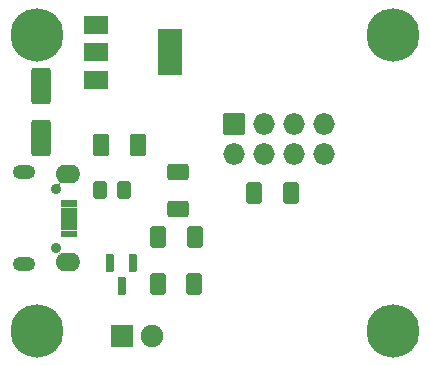
<source format=gts>
%TF.GenerationSoftware,KiCad,Pcbnew,(6.0.7)*%
%TF.CreationDate,2022-09-15T17:21:33-05:00*%
%TF.ProjectId,starlightremote,73746172-6c69-4676-9874-72656d6f7465,rev?*%
%TF.SameCoordinates,Original*%
%TF.FileFunction,Soldermask,Top*%
%TF.FilePolarity,Negative*%
%FSLAX46Y46*%
G04 Gerber Fmt 4.6, Leading zero omitted, Abs format (unit mm)*
G04 Created by KiCad (PCBNEW (6.0.7)) date 2022-09-15 17:21:33*
%MOMM*%
%LPD*%
G01*
G04 APERTURE LIST*
G04 Aperture macros list*
%AMRoundRect*
0 Rectangle with rounded corners*
0 $1 Rounding radius*
0 $2 $3 $4 $5 $6 $7 $8 $9 X,Y pos of 4 corners*
0 Add a 4 corners polygon primitive as box body*
4,1,4,$2,$3,$4,$5,$6,$7,$8,$9,$2,$3,0*
0 Add four circle primitives for the rounded corners*
1,1,$1+$1,$2,$3*
1,1,$1+$1,$4,$5*
1,1,$1+$1,$6,$7*
1,1,$1+$1,$8,$9*
0 Add four rect primitives between the rounded corners*
20,1,$1+$1,$2,$3,$4,$5,0*
20,1,$1+$1,$4,$5,$6,$7,0*
20,1,$1+$1,$6,$7,$8,$9,0*
20,1,$1+$1,$8,$9,$2,$3,0*%
G04 Aperture macros list end*
%ADD10RoundRect,0.301000X-0.412500X-0.650000X0.412500X-0.650000X0.412500X0.650000X-0.412500X0.650000X0*%
%ADD11RoundRect,0.301000X-0.550000X1.250000X-0.550000X-1.250000X0.550000X-1.250000X0.550000X1.250000X0*%
%ADD12RoundRect,0.051000X-0.900000X-0.900000X0.900000X-0.900000X0.900000X0.900000X-0.900000X0.900000X0*%
%ADD13C,1.902000*%
%ADD14RoundRect,0.301000X0.325000X0.450000X-0.325000X0.450000X-0.325000X-0.450000X0.325000X-0.450000X0*%
%ADD15O,0.902000X0.902000*%
%ADD16RoundRect,0.051000X-0.650000X0.225000X-0.650000X-0.225000X0.650000X-0.225000X0.650000X0.225000X0*%
%ADD17O,2.102000X1.552000*%
%ADD18O,1.902000X1.252000*%
%ADD19RoundRect,0.201000X-0.150000X0.587500X-0.150000X-0.587500X0.150000X-0.587500X0.150000X0.587500X0*%
%ADD20RoundRect,0.301000X-0.400000X-0.625000X0.400000X-0.625000X0.400000X0.625000X-0.400000X0.625000X0*%
%ADD21RoundRect,0.301000X-0.625000X0.400000X-0.625000X-0.400000X0.625000X-0.400000X0.625000X0.400000X0*%
%ADD22RoundRect,0.051000X-1.000000X-0.750000X1.000000X-0.750000X1.000000X0.750000X-1.000000X0.750000X0*%
%ADD23RoundRect,0.051000X-1.000000X-1.900000X1.000000X-1.900000X1.000000X1.900000X-1.000000X1.900000X0*%
%ADD24C,4.502000*%
%ADD25RoundRect,0.301000X0.400000X0.625000X-0.400000X0.625000X-0.400000X-0.625000X0.400000X-0.625000X0*%
%ADD26RoundRect,0.051000X-0.863600X0.863600X-0.863600X-0.863600X0.863600X-0.863600X0.863600X0.863600X0*%
%ADD27O,1.829200X1.829200*%
G04 APERTURE END LIST*
D10*
X98259500Y-84328000D03*
X101384500Y-84328000D03*
D11*
X93218000Y-79334000D03*
X93218000Y-83734000D03*
D12*
X100012500Y-100500000D03*
D13*
X102552500Y-100500000D03*
D14*
X100243750Y-88106250D03*
X98193750Y-88106250D03*
D15*
X94462500Y-87987500D03*
X94462500Y-92987500D03*
D16*
X95562500Y-89187500D03*
X95562500Y-89837500D03*
X95562500Y-90487500D03*
X95562500Y-91137500D03*
X95562500Y-91787500D03*
D17*
X95512500Y-94212500D03*
D18*
X91712500Y-94362500D03*
D17*
X95512500Y-86762500D03*
D18*
X91712500Y-86612500D03*
D19*
X100962500Y-94312500D03*
X99062500Y-94312500D03*
X100012500Y-96187500D03*
D20*
X103072000Y-96043750D03*
X106172000Y-96043750D03*
X103098000Y-92075000D03*
X106198000Y-92075000D03*
D21*
X104775000Y-86614000D03*
X104775000Y-89714000D03*
D22*
X97840000Y-74154000D03*
X97840000Y-76454000D03*
D23*
X104140000Y-76454000D03*
D22*
X97840000Y-78754000D03*
D24*
X92868750Y-100012500D03*
X92841250Y-74993500D03*
X123003750Y-74993500D03*
X123031250Y-100012500D03*
D25*
X114326000Y-88392000D03*
X111226000Y-88392000D03*
D26*
X109537500Y-82550000D03*
D27*
X109537500Y-85090000D03*
X112077500Y-82550000D03*
X112077500Y-85090000D03*
X114617500Y-82550000D03*
X114617500Y-85090000D03*
X117157500Y-82550000D03*
X117157500Y-85090000D03*
G36*
X94804472Y-93276456D02*
G01*
X94804155Y-93278287D01*
X94777490Y-93313037D01*
X94752409Y-93377911D01*
X94766325Y-93445758D01*
X94814712Y-93495310D01*
X94882371Y-93510874D01*
X94913027Y-93505079D01*
X94986430Y-93481229D01*
X94988386Y-93481645D01*
X94989004Y-93483547D01*
X94987706Y-93485020D01*
X94903069Y-93514494D01*
X94756870Y-93605849D01*
X94754871Y-93605919D01*
X94753811Y-93604223D01*
X94754107Y-93603104D01*
X94784527Y-93553727D01*
X94783208Y-93484482D01*
X94744662Y-93426942D01*
X94681099Y-93399364D01*
X94632559Y-93405931D01*
X94630709Y-93405172D01*
X94630441Y-93403190D01*
X94631765Y-93402019D01*
X94640815Y-93399552D01*
X94749292Y-93332946D01*
X94801085Y-93275727D01*
X94802989Y-93275114D01*
X94804472Y-93276456D01*
G37*
G36*
X94878575Y-91397584D02*
G01*
X94893763Y-91407733D01*
X94912699Y-91411500D01*
X96212301Y-91411500D01*
X96231238Y-91407733D01*
X96246273Y-91397686D01*
X96248268Y-91397555D01*
X96249380Y-91399218D01*
X96249293Y-91399947D01*
X96230398Y-91460288D01*
X96249455Y-91525190D01*
X96248983Y-91527133D01*
X96247064Y-91527697D01*
X96246425Y-91527416D01*
X96231237Y-91517267D01*
X96212301Y-91513500D01*
X94912699Y-91513500D01*
X94893762Y-91517267D01*
X94878727Y-91527314D01*
X94876732Y-91527445D01*
X94875620Y-91525782D01*
X94875707Y-91525053D01*
X94894602Y-91464712D01*
X94875545Y-91399810D01*
X94876017Y-91397867D01*
X94877936Y-91397303D01*
X94878575Y-91397584D01*
G37*
G36*
X94878575Y-90747584D02*
G01*
X94893763Y-90757733D01*
X94912699Y-90761500D01*
X96212301Y-90761500D01*
X96231238Y-90757733D01*
X96246273Y-90747686D01*
X96248268Y-90747555D01*
X96249380Y-90749218D01*
X96249293Y-90749947D01*
X96230398Y-90810288D01*
X96249455Y-90875190D01*
X96248983Y-90877133D01*
X96247064Y-90877697D01*
X96246425Y-90877416D01*
X96231237Y-90867267D01*
X96212301Y-90863500D01*
X94912699Y-90863500D01*
X94893762Y-90867267D01*
X94878727Y-90877314D01*
X94876732Y-90877445D01*
X94875620Y-90875782D01*
X94875707Y-90875053D01*
X94894602Y-90814712D01*
X94875545Y-90749810D01*
X94876017Y-90747867D01*
X94877936Y-90747303D01*
X94878575Y-90747584D01*
G37*
G36*
X94878575Y-90097584D02*
G01*
X94893763Y-90107733D01*
X94912699Y-90111500D01*
X96212301Y-90111500D01*
X96231238Y-90107733D01*
X96246273Y-90097686D01*
X96248268Y-90097555D01*
X96249380Y-90099218D01*
X96249293Y-90099947D01*
X96230398Y-90160288D01*
X96249455Y-90225190D01*
X96248983Y-90227133D01*
X96247064Y-90227697D01*
X96246425Y-90227416D01*
X96231237Y-90217267D01*
X96212301Y-90213500D01*
X94912699Y-90213500D01*
X94893762Y-90217267D01*
X94878727Y-90227314D01*
X94876732Y-90227445D01*
X94875620Y-90225782D01*
X94875707Y-90225053D01*
X94894602Y-90164712D01*
X94875545Y-90099810D01*
X94876017Y-90097867D01*
X94877936Y-90097303D01*
X94878575Y-90097584D01*
G37*
G36*
X94878575Y-89447584D02*
G01*
X94893763Y-89457733D01*
X94912699Y-89461500D01*
X96212301Y-89461500D01*
X96231238Y-89457733D01*
X96246273Y-89447686D01*
X96248268Y-89447555D01*
X96249380Y-89449218D01*
X96249293Y-89449947D01*
X96230398Y-89510288D01*
X96249455Y-89575190D01*
X96248983Y-89577133D01*
X96247064Y-89577697D01*
X96246425Y-89577416D01*
X96231237Y-89567267D01*
X96212301Y-89563500D01*
X94912699Y-89563500D01*
X94893762Y-89567267D01*
X94878727Y-89577314D01*
X94876732Y-89577445D01*
X94875620Y-89575782D01*
X94875707Y-89575053D01*
X94894602Y-89514712D01*
X94875545Y-89449810D01*
X94876017Y-89447867D01*
X94877936Y-89447303D01*
X94878575Y-89447584D01*
G37*
G36*
X94756046Y-87367279D02*
G01*
X94893358Y-87455770D01*
X94984417Y-87488913D01*
X94985703Y-87490445D01*
X94985019Y-87492324D01*
X94983115Y-87492694D01*
X94913179Y-87469971D01*
X94843651Y-87467985D01*
X94784341Y-87503750D01*
X94753784Y-87565902D01*
X94761698Y-87634877D01*
X94777390Y-87661833D01*
X94806271Y-87699472D01*
X94806532Y-87701455D01*
X94804945Y-87702673D01*
X94803169Y-87701996D01*
X94757647Y-87649165D01*
X94650826Y-87579926D01*
X94623166Y-87571654D01*
X94621793Y-87570200D01*
X94622366Y-87568284D01*
X94623953Y-87567749D01*
X94687781Y-87574611D01*
X94749710Y-87543610D01*
X94785050Y-87484047D01*
X94782577Y-87414802D01*
X94753290Y-87370055D01*
X94753178Y-87368058D01*
X94754851Y-87366963D01*
X94756046Y-87367279D01*
G37*
M02*

</source>
